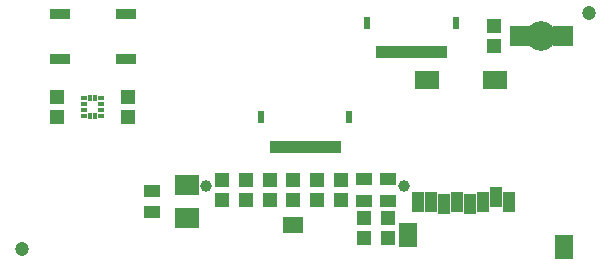
<source format=gts>
G04 EAGLE Gerber RS-274X export*
G75*
%MOMM*%
%FSLAX34Y34*%
%LPD*%
%INSoldermask Top*%
%IPPOS*%
%AMOC8*
5,1,8,0,0,1.08239X$1,22.5*%
G01*
%ADD10C,1.003200*%
%ADD11R,1.403200X1.003200*%
%ADD12R,1.203200X1.303200*%
%ADD13R,2.003200X1.803200*%
%ADD14R,0.838200X1.473200*%
%ADD15C,1.203200*%
%ADD16R,2.003200X1.603200*%
%ADD17R,1.603200X2.103200*%
%ADD18R,1.003200X1.703200*%
%ADD19R,1.703200X1.803200*%
%ADD20C,2.503200*%
%ADD21R,0.503200X1.003200*%
%ADD22R,0.603200X1.003200*%
%ADD23R,0.453200X0.478200*%
%ADD24R,0.478200X0.453200*%
%ADD25R,1.727200X0.965200*%


D10*
X166250Y63000D03*
X333750Y63000D03*
D11*
X120000Y59000D03*
X120000Y41000D03*
X300000Y51000D03*
X300000Y69000D03*
X320000Y51000D03*
X320000Y69000D03*
D12*
X200000Y51500D03*
X200000Y68500D03*
D13*
X150000Y64000D03*
X150000Y36000D03*
D12*
X180000Y51500D03*
X180000Y68500D03*
X280000Y51500D03*
X280000Y68500D03*
X240000Y68500D03*
X240000Y51500D03*
X260000Y51500D03*
X260000Y68500D03*
X220000Y51500D03*
X220000Y68500D03*
D14*
X235936Y30000D03*
X244064Y30000D03*
D15*
X490000Y210000D03*
X10000Y10000D03*
D12*
X300000Y36500D03*
X300000Y19500D03*
X320000Y19500D03*
X320000Y36500D03*
D16*
X410500Y153000D03*
X353500Y153000D03*
D17*
X337500Y21500D03*
X469000Y11500D03*
D18*
X422400Y50000D03*
X411400Y54000D03*
X400400Y50000D03*
X389400Y48000D03*
X378400Y50000D03*
X367400Y48000D03*
X356400Y50000D03*
X345400Y50000D03*
D19*
X432000Y190000D03*
X468000Y190000D03*
D20*
X450000Y190000D03*
D12*
X410000Y181500D03*
X410000Y198500D03*
D21*
X367500Y176500D03*
X362500Y176500D03*
D22*
X377500Y201500D03*
X302500Y201500D03*
D21*
X357500Y176500D03*
X352500Y176500D03*
X347500Y176500D03*
X342500Y176500D03*
X337500Y176500D03*
X332500Y176500D03*
X327500Y176500D03*
X322500Y176500D03*
X317500Y176500D03*
X312500Y176500D03*
D23*
X67500Y122500D03*
X72500Y122500D03*
X72500Y137500D03*
X67500Y137500D03*
D24*
X62500Y137500D03*
X62500Y132500D03*
X62500Y122500D03*
X62500Y127500D03*
X77500Y122500D03*
X77500Y127500D03*
X77500Y132500D03*
X77500Y137500D03*
D12*
X40000Y121500D03*
X40000Y138500D03*
X100000Y121500D03*
X100000Y138500D03*
D25*
X97940Y170950D03*
X42060Y170950D03*
X97940Y209050D03*
X42060Y209050D03*
D21*
X277500Y96500D03*
X272500Y96500D03*
D22*
X287500Y121500D03*
X212500Y121500D03*
D21*
X267500Y96500D03*
X262500Y96500D03*
X257500Y96500D03*
X252500Y96500D03*
X247500Y96500D03*
X242500Y96500D03*
X237500Y96500D03*
X232500Y96500D03*
X227500Y96500D03*
X222500Y96500D03*
M02*

</source>
